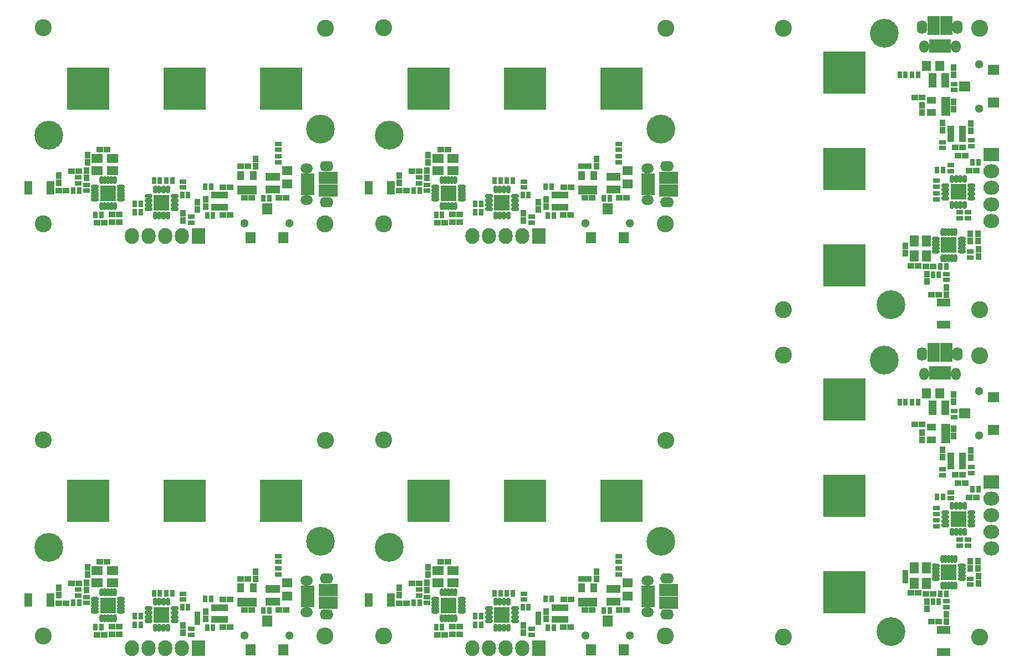
<source format=gts>
G04 #@! TF.FileFunction,Soldermask,Top*
%FSLAX45Y45*%
G04 Gerber Fmt 4.5, Leading zero omitted, Abs format (unit mm)*
G04 Created by KiCad (PCBNEW 4.0.2+e4-6225~38~ubuntu14.04.1-stable) date Sat 30 Jul 2016 12:01:36 AM CDT*
%MOMM*%
G01*
G04 APERTURE LIST*
%ADD10C,0.100000*%
%ADD11C,2.600000*%
%ADD12C,4.400000*%
%ADD13R,0.800000X1.000000*%
%ADD14R,1.000000X0.800000*%
%ADD15R,6.496000X6.496000*%
%ADD16R,1.450000X1.700000*%
%ADD17O,0.750000X1.200000*%
%ADD18O,1.200000X0.750000*%
%ADD19R,2.400000X2.400000*%
%ADD20O,0.700000X1.200000*%
%ADD21O,1.200000X0.700000*%
%ADD22R,1.800000X1.600000*%
%ADD23C,1.300000*%
%ADD24R,1.150000X0.700000*%
%ADD25R,2.000000X1.200000*%
%ADD26R,1.000000X0.625000*%
%ADD27R,1.460000X1.050000*%
%ADD28R,2.432000X2.127200*%
%ADD29O,2.432000X2.127200*%
%ADD30R,0.800000X2.050000*%
%ADD31O,1.500000X1.900000*%
%ADD32O,1.600000X2.100000*%
%ADD33R,1.825000X2.900000*%
%ADD34R,1.000000X0.900000*%
%ADD35R,0.900000X1.000000*%
%ADD36R,1.400000X1.650000*%
%ADD37R,1.700000X1.450000*%
%ADD38R,1.600000X1.800000*%
%ADD39R,0.700000X1.150000*%
%ADD40R,1.200000X2.000000*%
%ADD41R,0.625000X1.000000*%
%ADD42R,1.050000X1.460000*%
%ADD43R,2.127200X2.432000*%
%ADD44O,2.127200X2.432000*%
%ADD45R,2.050000X0.800000*%
%ADD46O,1.900000X1.500000*%
%ADD47O,2.100000X1.600000*%
%ADD48R,2.900000X1.825000*%
%ADD49R,1.650000X1.400000*%
G04 APERTURE END LIST*
D10*
D11*
X19710000Y-8085000D03*
D12*
X18355000Y-12305000D03*
D11*
X19710000Y-12385000D03*
D13*
X19060000Y-10250000D03*
X19150000Y-10250000D03*
D14*
X19265000Y-10265000D03*
X19265000Y-10175000D03*
D15*
X17640000Y-11703200D03*
X17640000Y-10230000D03*
X17640000Y-8756800D03*
D16*
X18895000Y-11562500D03*
X18710000Y-11562500D03*
X18710000Y-11332500D03*
X18895000Y-11332500D03*
D17*
X19480000Y-10382500D03*
X19415000Y-10382500D03*
X19350000Y-10382500D03*
X19285000Y-10382500D03*
D18*
X19182500Y-10485000D03*
X19182500Y-10550000D03*
X19182500Y-10615000D03*
X19182500Y-10680000D03*
D17*
X19285000Y-10782500D03*
X19350000Y-10782500D03*
X19415000Y-10782500D03*
X19480000Y-10782500D03*
D18*
X19582500Y-10680000D03*
X19582500Y-10615000D03*
X19582500Y-10550000D03*
X19582500Y-10485000D03*
D19*
X19382500Y-10582500D03*
D20*
X19337500Y-11197500D03*
X19287500Y-11197500D03*
X19237500Y-11197500D03*
X19187500Y-11197500D03*
X19137500Y-11197500D03*
D21*
X19037500Y-11297500D03*
X19037500Y-11347500D03*
X19037500Y-11397500D03*
X19037500Y-11447500D03*
X19037500Y-11497500D03*
D20*
X19137500Y-11597500D03*
X19187500Y-11597500D03*
X19237500Y-11597500D03*
X19287500Y-11597500D03*
X19337500Y-11597500D03*
D21*
X19437500Y-11497500D03*
X19437500Y-11447500D03*
X19437500Y-11397500D03*
X19437500Y-11347500D03*
X19437500Y-11297500D03*
D19*
X19237500Y-11397500D03*
D22*
X19920000Y-9220000D03*
X19920000Y-8720000D03*
X19480000Y-8970000D03*
D23*
X19700000Y-9310000D03*
X19700000Y-8630000D03*
D24*
X19180000Y-8955000D03*
X19179996Y-8905000D03*
X19180000Y-8855000D03*
X19180000Y-8805000D03*
X18990000Y-8805000D03*
X18990000Y-8855000D03*
X18990000Y-8905000D03*
X18990000Y-8955000D03*
D25*
X19155000Y-12615000D03*
X19155000Y-12275000D03*
D26*
X19450000Y-9795000D03*
X19450000Y-9745000D03*
X19450000Y-9695000D03*
X19450000Y-9645000D03*
X19450000Y-9595000D03*
X19270000Y-9595000D03*
X19270000Y-9645000D03*
X19270000Y-9695000D03*
X19270000Y-9745000D03*
X19270000Y-9795000D03*
D27*
X19190000Y-9370000D03*
X19190000Y-9275000D03*
X19190000Y-9180000D03*
X18970000Y-9180000D03*
X18970000Y-9370000D03*
D14*
X19567500Y-11587500D03*
X19567500Y-11497500D03*
X19402500Y-10987500D03*
X19402500Y-10897500D03*
X19532500Y-10987500D03*
X19532500Y-10897500D03*
X19050000Y-10695000D03*
X19050000Y-10605000D03*
X19050000Y-10415000D03*
X19050000Y-10505000D03*
D13*
X19600000Y-10130000D03*
X19690000Y-10130000D03*
X18485000Y-8795000D03*
X18575000Y-8795000D03*
D14*
X19140000Y-9915000D03*
X19140000Y-9825000D03*
X19315000Y-8935000D03*
X19315000Y-9025000D03*
X19577500Y-9882500D03*
X19577500Y-9792500D03*
D28*
X19890000Y-10017500D03*
D29*
X19890000Y-10271500D03*
X19890000Y-10525500D03*
X19890000Y-10779500D03*
X19890000Y-11033500D03*
D30*
X19230000Y-8350000D03*
X19165000Y-8350000D03*
X19100090Y-8350000D03*
X19035000Y-8350000D03*
X18970000Y-8350000D03*
D31*
X19342500Y-8362500D03*
X18857500Y-8362500D03*
D32*
X19372500Y-8062500D03*
X18827500Y-8062500D03*
D33*
X19196250Y-8037500D03*
X19003750Y-8037500D03*
D13*
X19085000Y-11850000D03*
X18995000Y-11850000D03*
D14*
X19200000Y-11840000D03*
X19200000Y-11930000D03*
D13*
X19200000Y-11725000D03*
X19110000Y-11725000D03*
X18765000Y-8795000D03*
X18675000Y-8795000D03*
D34*
X18972500Y-12152500D03*
X19082500Y-12152500D03*
D35*
X19202500Y-12152500D03*
X19202500Y-12042500D03*
D34*
X19000000Y-11725000D03*
X18890000Y-11725000D03*
D35*
X18905000Y-11845000D03*
X18905000Y-11955000D03*
X19682500Y-11337500D03*
X19682500Y-11227500D03*
X19692500Y-11457500D03*
X19692500Y-11567500D03*
D34*
X18767500Y-11712500D03*
X18657500Y-11712500D03*
D35*
X18575000Y-11410000D03*
X18575000Y-11520000D03*
X19562500Y-11337500D03*
X19562500Y-11227500D03*
D34*
X19655000Y-10255000D03*
X19545000Y-10255000D03*
D35*
X18830000Y-9370000D03*
X18830000Y-9260000D03*
D34*
X18830000Y-9140000D03*
X18720000Y-9140000D03*
X19447500Y-9907500D03*
X19337500Y-9907500D03*
D35*
X19310000Y-8790000D03*
X19310000Y-8680000D03*
X19310000Y-9315000D03*
X19310000Y-9205000D03*
D36*
X19095000Y-8660000D03*
X18895000Y-8660000D03*
D35*
X19572500Y-9647500D03*
X19572500Y-9537500D03*
D34*
X19490000Y-10030000D03*
X19380000Y-10030000D03*
D35*
X19145000Y-9640000D03*
X19145000Y-9530000D03*
D11*
X16710000Y-12385000D03*
X16715000Y-8080000D03*
D12*
X18255000Y-8155000D03*
X18255000Y-3155000D03*
D11*
X16715000Y-3080000D03*
X16710000Y-7385000D03*
D35*
X19145000Y-4640000D03*
X19145000Y-4530000D03*
D34*
X19490000Y-5030000D03*
X19380000Y-5030000D03*
D35*
X19572500Y-4647500D03*
X19572500Y-4537500D03*
D36*
X19095000Y-3660000D03*
X18895000Y-3660000D03*
D35*
X19310000Y-4315000D03*
X19310000Y-4205000D03*
X19310000Y-3790000D03*
X19310000Y-3680000D03*
D34*
X19447500Y-4907500D03*
X19337500Y-4907500D03*
X18830000Y-4140000D03*
X18720000Y-4140000D03*
D35*
X18830000Y-4370000D03*
X18830000Y-4260000D03*
D34*
X19655000Y-5255000D03*
X19545000Y-5255000D03*
D35*
X19562500Y-6337500D03*
X19562500Y-6227500D03*
X18575000Y-6410000D03*
X18575000Y-6520000D03*
D34*
X18767500Y-6712500D03*
X18657500Y-6712500D03*
D35*
X19692500Y-6457500D03*
X19692500Y-6567500D03*
X19682500Y-6337500D03*
X19682500Y-6227500D03*
X18905000Y-6845000D03*
X18905000Y-6955000D03*
D34*
X19000000Y-6725000D03*
X18890000Y-6725000D03*
D35*
X19202500Y-7152500D03*
X19202500Y-7042500D03*
D34*
X18972500Y-7152500D03*
X19082500Y-7152500D03*
D13*
X18765000Y-3795000D03*
X18675000Y-3795000D03*
X19200000Y-6725000D03*
X19110000Y-6725000D03*
D14*
X19200000Y-6840000D03*
X19200000Y-6930000D03*
D13*
X19085000Y-6850000D03*
X18995000Y-6850000D03*
D30*
X19230000Y-3350000D03*
X19165000Y-3350000D03*
X19100090Y-3350000D03*
X19035000Y-3350000D03*
X18970000Y-3350000D03*
D31*
X19342500Y-3362500D03*
X18857500Y-3362500D03*
D32*
X19372500Y-3062500D03*
X18827500Y-3062500D03*
D33*
X19196250Y-3037500D03*
X19003750Y-3037500D03*
D28*
X19890000Y-5017500D03*
D29*
X19890000Y-5271500D03*
X19890000Y-5525500D03*
X19890000Y-5779500D03*
X19890000Y-6033500D03*
D14*
X19577500Y-4882500D03*
X19577500Y-4792500D03*
X19315000Y-3935000D03*
X19315000Y-4025000D03*
X19140000Y-4915000D03*
X19140000Y-4825000D03*
D13*
X18485000Y-3795000D03*
X18575000Y-3795000D03*
X19600000Y-5130000D03*
X19690000Y-5130000D03*
D14*
X19050000Y-5415000D03*
X19050000Y-5505000D03*
X19050000Y-5695000D03*
X19050000Y-5605000D03*
X19532500Y-5987500D03*
X19532500Y-5897500D03*
X19402500Y-5987500D03*
X19402500Y-5897500D03*
X19567500Y-6587500D03*
X19567500Y-6497500D03*
D27*
X19190000Y-4370000D03*
X19190000Y-4275000D03*
X19190000Y-4180000D03*
X18970000Y-4180000D03*
X18970000Y-4370000D03*
D26*
X19450000Y-4795000D03*
X19450000Y-4745000D03*
X19450000Y-4695000D03*
X19450000Y-4645000D03*
X19450000Y-4595000D03*
X19270000Y-4595000D03*
X19270000Y-4645000D03*
X19270000Y-4695000D03*
X19270000Y-4745000D03*
X19270000Y-4795000D03*
D25*
X19155000Y-7615000D03*
X19155000Y-7275000D03*
D24*
X19180000Y-3955000D03*
X19179996Y-3905000D03*
X19180000Y-3855000D03*
X19180000Y-3805000D03*
X18990000Y-3805000D03*
X18990000Y-3855000D03*
X18990000Y-3905000D03*
X18990000Y-3955000D03*
D22*
X19920000Y-4220000D03*
X19920000Y-3720000D03*
X19480000Y-3970000D03*
D23*
X19700000Y-4310000D03*
X19700000Y-3630000D03*
D20*
X19337500Y-6197500D03*
X19287500Y-6197500D03*
X19237500Y-6197500D03*
X19187500Y-6197500D03*
X19137500Y-6197500D03*
D21*
X19037500Y-6297500D03*
X19037500Y-6347500D03*
X19037500Y-6397500D03*
X19037500Y-6447500D03*
X19037500Y-6497500D03*
D20*
X19137500Y-6597500D03*
X19187500Y-6597500D03*
X19237500Y-6597500D03*
X19287500Y-6597500D03*
X19337500Y-6597500D03*
D21*
X19437500Y-6497500D03*
X19437500Y-6447500D03*
X19437500Y-6397500D03*
X19437500Y-6347500D03*
X19437500Y-6297500D03*
D19*
X19237500Y-6397500D03*
D17*
X19480000Y-5382500D03*
X19415000Y-5382500D03*
X19350000Y-5382500D03*
X19285000Y-5382500D03*
D18*
X19182500Y-5485000D03*
X19182500Y-5550000D03*
X19182500Y-5615000D03*
X19182500Y-5680000D03*
D17*
X19285000Y-5782500D03*
X19350000Y-5782500D03*
X19415000Y-5782500D03*
X19480000Y-5782500D03*
D18*
X19582500Y-5680000D03*
X19582500Y-5615000D03*
X19582500Y-5550000D03*
X19582500Y-5485000D03*
D19*
X19382500Y-5582500D03*
D16*
X18895000Y-6562500D03*
X18710000Y-6562500D03*
X18710000Y-6332500D03*
X18895000Y-6332500D03*
D15*
X17640000Y-6703200D03*
X17640000Y-5230000D03*
X17640000Y-3756800D03*
D14*
X19265000Y-5265000D03*
X19265000Y-5175000D03*
D13*
X19060000Y-5250000D03*
X19150000Y-5250000D03*
D11*
X19710000Y-7385000D03*
D12*
X18355000Y-7305000D03*
D11*
X19710000Y-3085000D03*
X14910000Y-12375000D03*
D12*
X10690000Y-11020000D03*
D11*
X10610000Y-12375000D03*
D14*
X12745000Y-11725000D03*
X12745000Y-11815000D03*
D13*
X12730000Y-11930000D03*
X12820000Y-11930000D03*
D15*
X11291800Y-10305000D03*
X12765000Y-10305000D03*
X14238200Y-10305000D03*
D37*
X11432500Y-11560000D03*
X11432500Y-11375000D03*
X11662500Y-11375000D03*
X11662500Y-11560000D03*
D18*
X12612500Y-12145000D03*
X12612500Y-12080000D03*
X12612500Y-12015000D03*
X12612500Y-11950000D03*
D17*
X12510000Y-11847500D03*
X12445000Y-11847500D03*
X12380000Y-11847500D03*
X12315000Y-11847500D03*
D18*
X12212500Y-11950000D03*
X12212500Y-12015000D03*
X12212500Y-12080000D03*
X12212500Y-12145000D03*
D17*
X12315000Y-12247500D03*
X12380000Y-12247500D03*
X12445000Y-12247500D03*
X12510000Y-12247500D03*
D19*
X12412500Y-12047500D03*
D21*
X11797500Y-12002500D03*
X11797500Y-11952500D03*
X11797500Y-11902500D03*
X11797500Y-11852500D03*
X11797500Y-11802500D03*
D20*
X11697500Y-11702500D03*
X11647500Y-11702500D03*
X11597500Y-11702500D03*
X11547500Y-11702500D03*
X11497500Y-11702500D03*
D21*
X11397500Y-11802500D03*
X11397500Y-11852500D03*
X11397500Y-11902500D03*
X11397500Y-11952500D03*
X11397500Y-12002500D03*
D20*
X11497500Y-12102500D03*
X11547500Y-12102500D03*
X11597500Y-12102500D03*
X11647500Y-12102500D03*
X11697500Y-12102500D03*
D19*
X11597500Y-11902500D03*
D38*
X13775000Y-12585000D03*
X14275000Y-12585000D03*
X14025000Y-12145000D03*
D23*
X13685000Y-12365000D03*
X14365000Y-12365000D03*
D39*
X14040000Y-11845000D03*
X14090000Y-11844996D03*
X14140000Y-11845000D03*
X14190000Y-11845000D03*
X14190000Y-11655000D03*
X14140000Y-11655000D03*
X14090000Y-11655000D03*
X14040000Y-11655000D03*
D40*
X10380000Y-11820000D03*
X10720000Y-11820000D03*
D41*
X13200000Y-12115000D03*
X13250000Y-12115000D03*
X13300000Y-12115000D03*
X13350000Y-12115000D03*
X13400000Y-12115000D03*
X13400000Y-11935000D03*
X13350000Y-11935000D03*
X13300000Y-11935000D03*
X13250000Y-11935000D03*
X13200000Y-11935000D03*
D42*
X13625000Y-11855000D03*
X13720000Y-11855000D03*
X13815000Y-11855000D03*
X13815000Y-11635000D03*
X13625000Y-11635000D03*
D13*
X11407500Y-12232500D03*
X11497500Y-12232500D03*
X12007500Y-12067500D03*
X12097500Y-12067500D03*
X12007500Y-12197500D03*
X12097500Y-12197500D03*
X12300000Y-11715000D03*
X12390000Y-11715000D03*
X12580000Y-11715000D03*
X12490000Y-11715000D03*
D14*
X12865000Y-12265000D03*
X12865000Y-12355000D03*
X14200000Y-11150000D03*
X14200000Y-11240000D03*
D13*
X13080000Y-11805000D03*
X13170000Y-11805000D03*
X14060000Y-11980000D03*
X13970000Y-11980000D03*
X13112500Y-12242500D03*
X13202500Y-12242500D03*
D43*
X12977500Y-12555000D03*
D44*
X12723500Y-12555000D03*
X12469500Y-12555000D03*
X12215500Y-12555000D03*
X11961500Y-12555000D03*
D45*
X14645000Y-11895000D03*
X14645000Y-11830000D03*
X14645000Y-11765090D03*
X14645000Y-11700000D03*
X14645000Y-11635000D03*
D46*
X14632500Y-12007500D03*
X14632500Y-11522500D03*
D47*
X14932500Y-12037500D03*
X14932500Y-11492500D03*
D48*
X14957500Y-11861250D03*
X14957500Y-11668750D03*
D14*
X11145000Y-11750000D03*
X11145000Y-11660000D03*
D13*
X11155000Y-11865000D03*
X11065000Y-11865000D03*
D14*
X11270000Y-11865000D03*
X11270000Y-11775000D03*
X14200000Y-11430000D03*
X14200000Y-11340000D03*
D35*
X10842500Y-11637500D03*
X10842500Y-11747500D03*
D34*
X10842500Y-11867500D03*
X10952500Y-11867500D03*
D35*
X11270000Y-11665000D03*
X11270000Y-11555000D03*
D34*
X11150000Y-11570000D03*
X11040000Y-11570000D03*
X11657500Y-12347500D03*
X11767500Y-12347500D03*
X11537500Y-12357500D03*
X11427500Y-12357500D03*
D35*
X11282500Y-11432500D03*
X11282500Y-11322500D03*
D34*
X11585000Y-11240000D03*
X11475000Y-11240000D03*
X11657500Y-12227500D03*
X11767500Y-12227500D03*
D35*
X12740000Y-12320000D03*
X12740000Y-12210000D03*
D34*
X13625000Y-11495000D03*
X13735000Y-11495000D03*
D35*
X13855000Y-11495000D03*
X13855000Y-11385000D03*
X13087500Y-12112500D03*
X13087500Y-12002500D03*
D34*
X14205000Y-11975000D03*
X14315000Y-11975000D03*
X13680000Y-11975000D03*
X13790000Y-11975000D03*
D49*
X14335000Y-11760000D03*
X14335000Y-11560000D03*
D34*
X13347500Y-12237500D03*
X13457500Y-12237500D03*
D35*
X12965000Y-12155000D03*
X12965000Y-12045000D03*
D34*
X13355000Y-11810000D03*
X13465000Y-11810000D03*
D11*
X10610000Y-9375000D03*
X14915000Y-9380000D03*
D12*
X14840000Y-10920000D03*
X9640000Y-10920000D03*
D11*
X9715000Y-9380000D03*
X5410000Y-9375000D03*
D34*
X8155000Y-11810000D03*
X8265000Y-11810000D03*
D35*
X7765000Y-12155000D03*
X7765000Y-12045000D03*
D34*
X8147500Y-12237500D03*
X8257500Y-12237500D03*
D49*
X9135000Y-11760000D03*
X9135000Y-11560000D03*
D34*
X8480000Y-11975000D03*
X8590000Y-11975000D03*
X9005000Y-11975000D03*
X9115000Y-11975000D03*
D35*
X7887500Y-12112500D03*
X7887500Y-12002500D03*
X8655000Y-11495000D03*
X8655000Y-11385000D03*
D34*
X8425000Y-11495000D03*
X8535000Y-11495000D03*
D35*
X7540000Y-12320000D03*
X7540000Y-12210000D03*
D34*
X6457500Y-12227500D03*
X6567500Y-12227500D03*
X6385000Y-11240000D03*
X6275000Y-11240000D03*
D35*
X6082500Y-11432500D03*
X6082500Y-11322500D03*
D34*
X6337500Y-12357500D03*
X6227500Y-12357500D03*
X6457500Y-12347500D03*
X6567500Y-12347500D03*
X5950000Y-11570000D03*
X5840000Y-11570000D03*
D35*
X6070000Y-11665000D03*
X6070000Y-11555000D03*
D34*
X5642500Y-11867500D03*
X5752500Y-11867500D03*
D35*
X5642500Y-11637500D03*
X5642500Y-11747500D03*
D14*
X9000000Y-11430000D03*
X9000000Y-11340000D03*
X6070000Y-11865000D03*
X6070000Y-11775000D03*
D13*
X5955000Y-11865000D03*
X5865000Y-11865000D03*
D14*
X5945000Y-11750000D03*
X5945000Y-11660000D03*
D45*
X9445000Y-11895000D03*
X9445000Y-11830000D03*
X9445000Y-11765090D03*
X9445000Y-11700000D03*
X9445000Y-11635000D03*
D46*
X9432500Y-12007500D03*
X9432500Y-11522500D03*
D47*
X9732500Y-12037500D03*
X9732500Y-11492500D03*
D48*
X9757500Y-11861250D03*
X9757500Y-11668750D03*
D43*
X7777500Y-12555000D03*
D44*
X7523500Y-12555000D03*
X7269500Y-12555000D03*
X7015500Y-12555000D03*
X6761500Y-12555000D03*
D13*
X7912500Y-12242500D03*
X8002500Y-12242500D03*
X8860000Y-11980000D03*
X8770000Y-11980000D03*
X7880000Y-11805000D03*
X7970000Y-11805000D03*
D14*
X9000000Y-11150000D03*
X9000000Y-11240000D03*
X7665000Y-12265000D03*
X7665000Y-12355000D03*
D13*
X7380000Y-11715000D03*
X7290000Y-11715000D03*
X7100000Y-11715000D03*
X7190000Y-11715000D03*
X6807500Y-12197500D03*
X6897500Y-12197500D03*
X6807500Y-12067500D03*
X6897500Y-12067500D03*
X6207500Y-12232500D03*
X6297500Y-12232500D03*
D42*
X8425000Y-11855000D03*
X8520000Y-11855000D03*
X8615000Y-11855000D03*
X8615000Y-11635000D03*
X8425000Y-11635000D03*
D41*
X8000000Y-12115000D03*
X8050000Y-12115000D03*
X8100000Y-12115000D03*
X8150000Y-12115000D03*
X8200000Y-12115000D03*
X8200000Y-11935000D03*
X8150000Y-11935000D03*
X8100000Y-11935000D03*
X8050000Y-11935000D03*
X8000000Y-11935000D03*
D40*
X5180000Y-11820000D03*
X5520000Y-11820000D03*
D39*
X8840000Y-11845000D03*
X8890000Y-11844996D03*
X8940000Y-11845000D03*
X8990000Y-11845000D03*
X8990000Y-11655000D03*
X8940000Y-11655000D03*
X8890000Y-11655000D03*
X8840000Y-11655000D03*
D38*
X8575000Y-12585000D03*
X9075000Y-12585000D03*
X8825000Y-12145000D03*
D23*
X8485000Y-12365000D03*
X9165000Y-12365000D03*
D21*
X6597500Y-12002500D03*
X6597500Y-11952500D03*
X6597500Y-11902500D03*
X6597500Y-11852500D03*
X6597500Y-11802500D03*
D20*
X6497500Y-11702500D03*
X6447500Y-11702500D03*
X6397500Y-11702500D03*
X6347500Y-11702500D03*
X6297500Y-11702500D03*
D21*
X6197500Y-11802500D03*
X6197500Y-11852500D03*
X6197500Y-11902500D03*
X6197500Y-11952500D03*
X6197500Y-12002500D03*
D20*
X6297500Y-12102500D03*
X6347500Y-12102500D03*
X6397500Y-12102500D03*
X6447500Y-12102500D03*
X6497500Y-12102500D03*
D19*
X6397500Y-11902500D03*
D18*
X7412500Y-12145000D03*
X7412500Y-12080000D03*
X7412500Y-12015000D03*
X7412500Y-11950000D03*
D17*
X7310000Y-11847500D03*
X7245000Y-11847500D03*
X7180000Y-11847500D03*
X7115000Y-11847500D03*
D18*
X7012500Y-11950000D03*
X7012500Y-12015000D03*
X7012500Y-12080000D03*
X7012500Y-12145000D03*
D17*
X7115000Y-12247500D03*
X7180000Y-12247500D03*
X7245000Y-12247500D03*
X7310000Y-12247500D03*
D19*
X7212500Y-12047500D03*
D37*
X6232500Y-11560000D03*
X6232500Y-11375000D03*
X6462500Y-11375000D03*
X6462500Y-11560000D03*
D15*
X6091800Y-10305000D03*
X7565000Y-10305000D03*
X9038200Y-10305000D03*
D13*
X7530000Y-11930000D03*
X7620000Y-11930000D03*
D14*
X7545000Y-11725000D03*
X7545000Y-11815000D03*
D11*
X5410000Y-12375000D03*
D12*
X5490000Y-11020000D03*
D11*
X9710000Y-12375000D03*
X14910000Y-6075000D03*
D12*
X10690000Y-4720000D03*
D11*
X10610000Y-6075000D03*
D14*
X12745000Y-5425000D03*
X12745000Y-5515000D03*
D13*
X12730000Y-5630000D03*
X12820000Y-5630000D03*
D15*
X11291800Y-4005000D03*
X12765000Y-4005000D03*
X14238200Y-4005000D03*
D37*
X11432500Y-5260000D03*
X11432500Y-5075000D03*
X11662500Y-5075000D03*
X11662500Y-5260000D03*
D18*
X12612500Y-5845000D03*
X12612500Y-5780000D03*
X12612500Y-5715000D03*
X12612500Y-5650000D03*
D17*
X12510000Y-5547500D03*
X12445000Y-5547500D03*
X12380000Y-5547500D03*
X12315000Y-5547500D03*
D18*
X12212500Y-5650000D03*
X12212500Y-5715000D03*
X12212500Y-5780000D03*
X12212500Y-5845000D03*
D17*
X12315000Y-5947500D03*
X12380000Y-5947500D03*
X12445000Y-5947500D03*
X12510000Y-5947500D03*
D19*
X12412500Y-5747500D03*
D21*
X11797500Y-5702500D03*
X11797500Y-5652500D03*
X11797500Y-5602500D03*
X11797500Y-5552500D03*
X11797500Y-5502500D03*
D20*
X11697500Y-5402500D03*
X11647500Y-5402500D03*
X11597500Y-5402500D03*
X11547500Y-5402500D03*
X11497500Y-5402500D03*
D21*
X11397500Y-5502500D03*
X11397500Y-5552500D03*
X11397500Y-5602500D03*
X11397500Y-5652500D03*
X11397500Y-5702500D03*
D20*
X11497500Y-5802500D03*
X11547500Y-5802500D03*
X11597500Y-5802500D03*
X11647500Y-5802500D03*
X11697500Y-5802500D03*
D19*
X11597500Y-5602500D03*
D38*
X13775000Y-6285000D03*
X14275000Y-6285000D03*
X14025000Y-5845000D03*
D23*
X13685000Y-6065000D03*
X14365000Y-6065000D03*
D39*
X14040000Y-5545000D03*
X14090000Y-5544996D03*
X14140000Y-5545000D03*
X14190000Y-5545000D03*
X14190000Y-5355000D03*
X14140000Y-5355000D03*
X14090000Y-5355000D03*
X14040000Y-5355000D03*
D40*
X10380000Y-5520000D03*
X10720000Y-5520000D03*
D41*
X13200000Y-5815000D03*
X13250000Y-5815000D03*
X13300000Y-5815000D03*
X13350000Y-5815000D03*
X13400000Y-5815000D03*
X13400000Y-5635000D03*
X13350000Y-5635000D03*
X13300000Y-5635000D03*
X13250000Y-5635000D03*
X13200000Y-5635000D03*
D42*
X13625000Y-5555000D03*
X13720000Y-5555000D03*
X13815000Y-5555000D03*
X13815000Y-5335000D03*
X13625000Y-5335000D03*
D13*
X11407500Y-5932500D03*
X11497500Y-5932500D03*
X12007500Y-5767500D03*
X12097500Y-5767500D03*
X12007500Y-5897500D03*
X12097500Y-5897500D03*
X12300000Y-5415000D03*
X12390000Y-5415000D03*
X12580000Y-5415000D03*
X12490000Y-5415000D03*
D14*
X12865000Y-5965000D03*
X12865000Y-6055000D03*
X14200000Y-4850000D03*
X14200000Y-4940000D03*
D13*
X13080000Y-5505000D03*
X13170000Y-5505000D03*
X14060000Y-5680000D03*
X13970000Y-5680000D03*
X13112500Y-5942500D03*
X13202500Y-5942500D03*
D43*
X12977500Y-6255000D03*
D44*
X12723500Y-6255000D03*
X12469500Y-6255000D03*
X12215500Y-6255000D03*
X11961500Y-6255000D03*
D45*
X14645000Y-5595000D03*
X14645000Y-5530000D03*
X14645000Y-5465090D03*
X14645000Y-5400000D03*
X14645000Y-5335000D03*
D46*
X14632500Y-5707500D03*
X14632500Y-5222500D03*
D47*
X14932500Y-5737500D03*
X14932500Y-5192500D03*
D48*
X14957500Y-5561250D03*
X14957500Y-5368750D03*
D14*
X11145000Y-5450000D03*
X11145000Y-5360000D03*
D13*
X11155000Y-5565000D03*
X11065000Y-5565000D03*
D14*
X11270000Y-5565000D03*
X11270000Y-5475000D03*
X14200000Y-5130000D03*
X14200000Y-5040000D03*
D35*
X10842500Y-5337500D03*
X10842500Y-5447500D03*
D34*
X10842500Y-5567500D03*
X10952500Y-5567500D03*
D35*
X11270000Y-5365000D03*
X11270000Y-5255000D03*
D34*
X11150000Y-5270000D03*
X11040000Y-5270000D03*
X11657500Y-6047500D03*
X11767500Y-6047500D03*
X11537500Y-6057500D03*
X11427500Y-6057500D03*
D35*
X11282500Y-5132500D03*
X11282500Y-5022500D03*
D34*
X11585000Y-4940000D03*
X11475000Y-4940000D03*
X11657500Y-5927500D03*
X11767500Y-5927500D03*
D35*
X12740000Y-6020000D03*
X12740000Y-5910000D03*
D34*
X13625000Y-5195000D03*
X13735000Y-5195000D03*
D35*
X13855000Y-5195000D03*
X13855000Y-5085000D03*
X13087500Y-5812500D03*
X13087500Y-5702500D03*
D34*
X14205000Y-5675000D03*
X14315000Y-5675000D03*
X13680000Y-5675000D03*
X13790000Y-5675000D03*
D49*
X14335000Y-5460000D03*
X14335000Y-5260000D03*
D34*
X13347500Y-5937500D03*
X13457500Y-5937500D03*
D35*
X12965000Y-5855000D03*
X12965000Y-5745000D03*
D34*
X13355000Y-5510000D03*
X13465000Y-5510000D03*
D11*
X10610000Y-3075000D03*
X14915000Y-3080000D03*
D12*
X14840000Y-4620000D03*
X9640000Y-4620000D03*
D11*
X9715000Y-3080000D03*
X5410000Y-3075000D03*
D34*
X8155000Y-5510000D03*
X8265000Y-5510000D03*
D35*
X7765000Y-5855000D03*
X7765000Y-5745000D03*
D34*
X8147500Y-5937500D03*
X8257500Y-5937500D03*
D49*
X9135000Y-5460000D03*
X9135000Y-5260000D03*
D34*
X8480000Y-5675000D03*
X8590000Y-5675000D03*
X9005000Y-5675000D03*
X9115000Y-5675000D03*
D35*
X7887500Y-5812500D03*
X7887500Y-5702500D03*
X8655000Y-5195000D03*
X8655000Y-5085000D03*
D34*
X8425000Y-5195000D03*
X8535000Y-5195000D03*
D35*
X7540000Y-6020000D03*
X7540000Y-5910000D03*
D34*
X6457500Y-5927500D03*
X6567500Y-5927500D03*
X6385000Y-4940000D03*
X6275000Y-4940000D03*
D35*
X6082500Y-5132500D03*
X6082500Y-5022500D03*
D34*
X6337500Y-6057500D03*
X6227500Y-6057500D03*
X6457500Y-6047500D03*
X6567500Y-6047500D03*
X5950000Y-5270000D03*
X5840000Y-5270000D03*
D35*
X6070000Y-5365000D03*
X6070000Y-5255000D03*
D34*
X5642500Y-5567500D03*
X5752500Y-5567500D03*
D35*
X5642500Y-5337500D03*
X5642500Y-5447500D03*
D14*
X9000000Y-5130000D03*
X9000000Y-5040000D03*
X6070000Y-5565000D03*
X6070000Y-5475000D03*
D13*
X5955000Y-5565000D03*
X5865000Y-5565000D03*
D14*
X5945000Y-5450000D03*
X5945000Y-5360000D03*
D45*
X9445000Y-5595000D03*
X9445000Y-5530000D03*
X9445000Y-5465090D03*
X9445000Y-5400000D03*
X9445000Y-5335000D03*
D46*
X9432500Y-5707500D03*
X9432500Y-5222500D03*
D47*
X9732500Y-5737500D03*
X9732500Y-5192500D03*
D48*
X9757500Y-5561250D03*
X9757500Y-5368750D03*
D43*
X7777500Y-6255000D03*
D44*
X7523500Y-6255000D03*
X7269500Y-6255000D03*
X7015500Y-6255000D03*
X6761500Y-6255000D03*
D13*
X7912500Y-5942500D03*
X8002500Y-5942500D03*
X8860000Y-5680000D03*
X8770000Y-5680000D03*
X7880000Y-5505000D03*
X7970000Y-5505000D03*
D14*
X9000000Y-4850000D03*
X9000000Y-4940000D03*
X7665000Y-5965000D03*
X7665000Y-6055000D03*
D13*
X7380000Y-5415000D03*
X7290000Y-5415000D03*
X7100000Y-5415000D03*
X7190000Y-5415000D03*
X6807500Y-5897500D03*
X6897500Y-5897500D03*
X6807500Y-5767500D03*
X6897500Y-5767500D03*
X6207500Y-5932500D03*
X6297500Y-5932500D03*
D42*
X8425000Y-5555000D03*
X8520000Y-5555000D03*
X8615000Y-5555000D03*
X8615000Y-5335000D03*
X8425000Y-5335000D03*
D41*
X8000000Y-5815000D03*
X8050000Y-5815000D03*
X8100000Y-5815000D03*
X8150000Y-5815000D03*
X8200000Y-5815000D03*
X8200000Y-5635000D03*
X8150000Y-5635000D03*
X8100000Y-5635000D03*
X8050000Y-5635000D03*
X8000000Y-5635000D03*
D40*
X5180000Y-5520000D03*
X5520000Y-5520000D03*
D39*
X8840000Y-5545000D03*
X8890000Y-5544996D03*
X8940000Y-5545000D03*
X8990000Y-5545000D03*
X8990000Y-5355000D03*
X8940000Y-5355000D03*
X8890000Y-5355000D03*
X8840000Y-5355000D03*
D38*
X8575000Y-6285000D03*
X9075000Y-6285000D03*
X8825000Y-5845000D03*
D23*
X8485000Y-6065000D03*
X9165000Y-6065000D03*
D21*
X6597500Y-5702500D03*
X6597500Y-5652500D03*
X6597500Y-5602500D03*
X6597500Y-5552500D03*
X6597500Y-5502500D03*
D20*
X6497500Y-5402500D03*
X6447500Y-5402500D03*
X6397500Y-5402500D03*
X6347500Y-5402500D03*
X6297500Y-5402500D03*
D21*
X6197500Y-5502500D03*
X6197500Y-5552500D03*
X6197500Y-5602500D03*
X6197500Y-5652500D03*
X6197500Y-5702500D03*
D20*
X6297500Y-5802500D03*
X6347500Y-5802500D03*
X6397500Y-5802500D03*
X6447500Y-5802500D03*
X6497500Y-5802500D03*
D19*
X6397500Y-5602500D03*
D18*
X7412500Y-5845000D03*
X7412500Y-5780000D03*
X7412500Y-5715000D03*
X7412500Y-5650000D03*
D17*
X7310000Y-5547500D03*
X7245000Y-5547500D03*
X7180000Y-5547500D03*
X7115000Y-5547500D03*
D18*
X7012500Y-5650000D03*
X7012500Y-5715000D03*
X7012500Y-5780000D03*
X7012500Y-5845000D03*
D17*
X7115000Y-5947500D03*
X7180000Y-5947500D03*
X7245000Y-5947500D03*
X7310000Y-5947500D03*
D19*
X7212500Y-5747500D03*
D37*
X6232500Y-5260000D03*
X6232500Y-5075000D03*
X6462500Y-5075000D03*
X6462500Y-5260000D03*
D15*
X6091800Y-4005000D03*
X7565000Y-4005000D03*
X9038200Y-4005000D03*
D13*
X7530000Y-5630000D03*
X7620000Y-5630000D03*
D14*
X7545000Y-5425000D03*
X7545000Y-5515000D03*
D11*
X5410000Y-6075000D03*
D12*
X5490000Y-4720000D03*
D11*
X9710000Y-6075000D03*
M02*

</source>
